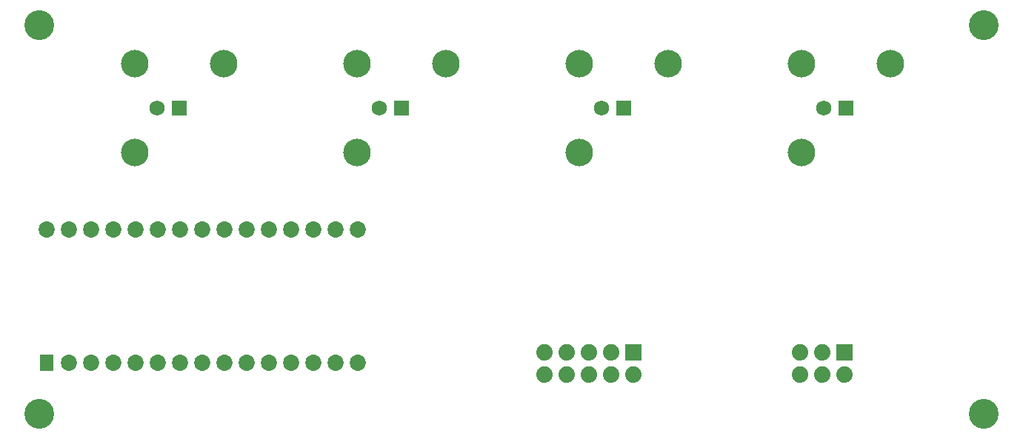
<source format=gbr>
G04 #@! TF.FileFunction,Soldermask,Bot*
%FSLAX46Y46*%
G04 Gerber Fmt 4.6, Leading zero omitted, Abs format (unit mm)*
G04 Created by KiCad (PCBNEW 4.0.7-e2-6376~58~ubuntu16.04.1) date Wed Jan 10 15:28:01 2018*
%MOMM*%
%LPD*%
G01*
G04 APERTURE LIST*
%ADD10C,0.100000*%
%ADD11R,1.879600X1.879600*%
%ADD12C,1.879600*%
%ADD13C,3.149600*%
%ADD14R,1.752600X1.752600*%
%ADD15C,1.752600*%
%ADD16R,1.625600X1.854200*%
%ADD17C,1.854200*%
%ADD18C,3.403600*%
G04 APERTURE END LIST*
D10*
D11*
X121920000Y-91440000D03*
D12*
X121920000Y-93980000D03*
X119380000Y-91440000D03*
X119380000Y-93980000D03*
X116840000Y-91440000D03*
X116840000Y-93980000D03*
X114300000Y-91440000D03*
X114300000Y-93980000D03*
X111760000Y-91440000D03*
X111760000Y-93980000D03*
D11*
X146050000Y-91440000D03*
D12*
X146050000Y-93980000D03*
X143510000Y-91440000D03*
X143510000Y-93980000D03*
X140970000Y-91440000D03*
X140970000Y-93980000D03*
D13*
X64897000Y-58420000D03*
X75057000Y-58420000D03*
D14*
X69977000Y-63500000D03*
D15*
X67437000Y-63500000D03*
D13*
X64897000Y-68580000D03*
X90297000Y-58420000D03*
X100457000Y-58420000D03*
D14*
X95377000Y-63500000D03*
D15*
X92837000Y-63500000D03*
D13*
X90297000Y-68580000D03*
X115697000Y-58420000D03*
X125857000Y-58420000D03*
D14*
X120777000Y-63500000D03*
D15*
X118237000Y-63500000D03*
D13*
X115697000Y-68580000D03*
X141097000Y-58420000D03*
X151257000Y-58420000D03*
D14*
X146177000Y-63500000D03*
D15*
X143637000Y-63500000D03*
D13*
X141097000Y-68580000D03*
D16*
X54864000Y-92583000D03*
D17*
X57404000Y-92583000D03*
X59944000Y-92583000D03*
X62484000Y-92583000D03*
X65024000Y-92583000D03*
X67564000Y-92583000D03*
X70104000Y-92583000D03*
X72644000Y-92583000D03*
X75184000Y-92583000D03*
X77724000Y-92583000D03*
X80264000Y-92583000D03*
X82804000Y-92583000D03*
X85344000Y-92583000D03*
X87884000Y-92583000D03*
X90424000Y-92583000D03*
X90424000Y-77343000D03*
X87884000Y-77343000D03*
X85344000Y-77343000D03*
X82804000Y-77343000D03*
X80264000Y-77343000D03*
X77724000Y-77343000D03*
X75184000Y-77343000D03*
X72644000Y-77343000D03*
X70104000Y-77343000D03*
X67564000Y-77343000D03*
X65024000Y-77343000D03*
X62484000Y-77343000D03*
X59944000Y-77343000D03*
X57404000Y-77343000D03*
X54864000Y-77343000D03*
D18*
X53975000Y-53975000D03*
X161925000Y-53975000D03*
X53975000Y-98425000D03*
X161925000Y-98425000D03*
M02*

</source>
